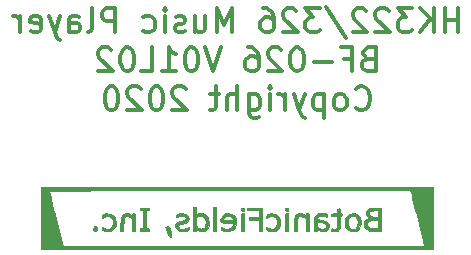
<source format=gbo>
G04 #@! TF.GenerationSoftware,KiCad,Pcbnew,(5.1.9)-1*
G04 #@! TF.CreationDate,2021-01-16T12:12:47+09:00*
G04 #@! TF.ProjectId,bf-026,62662d30-3236-42e6-9b69-6361645f7063,V01L02*
G04 #@! TF.SameCoordinates,Original*
G04 #@! TF.FileFunction,Legend,Bot*
G04 #@! TF.FilePolarity,Positive*
%FSLAX46Y46*%
G04 Gerber Fmt 4.6, Leading zero omitted, Abs format (unit mm)*
G04 Created by KiCad (PCBNEW (5.1.9)-1) date 2021-01-16 12:12:47*
%MOMM*%
%LPD*%
G01*
G04 APERTURE LIST*
%ADD10C,0.300000*%
%ADD11C,0.010000*%
G04 APERTURE END LIST*
D10*
X167304285Y-93489761D02*
X167304285Y-91489761D01*
X167304285Y-92442142D02*
X166161428Y-92442142D01*
X166161428Y-93489761D02*
X166161428Y-91489761D01*
X165209047Y-93489761D02*
X165209047Y-91489761D01*
X164066190Y-93489761D02*
X164923333Y-92346904D01*
X164066190Y-91489761D02*
X165209047Y-92632619D01*
X163399523Y-91489761D02*
X162161428Y-91489761D01*
X162828095Y-92251666D01*
X162542380Y-92251666D01*
X162351904Y-92346904D01*
X162256666Y-92442142D01*
X162161428Y-92632619D01*
X162161428Y-93108809D01*
X162256666Y-93299285D01*
X162351904Y-93394523D01*
X162542380Y-93489761D01*
X163113809Y-93489761D01*
X163304285Y-93394523D01*
X163399523Y-93299285D01*
X161399523Y-91680238D02*
X161304285Y-91585000D01*
X161113809Y-91489761D01*
X160637619Y-91489761D01*
X160447142Y-91585000D01*
X160351904Y-91680238D01*
X160256666Y-91870714D01*
X160256666Y-92061190D01*
X160351904Y-92346904D01*
X161494761Y-93489761D01*
X160256666Y-93489761D01*
X159494761Y-91680238D02*
X159399523Y-91585000D01*
X159209047Y-91489761D01*
X158732857Y-91489761D01*
X158542380Y-91585000D01*
X158447142Y-91680238D01*
X158351904Y-91870714D01*
X158351904Y-92061190D01*
X158447142Y-92346904D01*
X159590000Y-93489761D01*
X158351904Y-93489761D01*
X156066190Y-91394523D02*
X157780476Y-93965952D01*
X155590000Y-91489761D02*
X154351904Y-91489761D01*
X155018571Y-92251666D01*
X154732857Y-92251666D01*
X154542380Y-92346904D01*
X154447142Y-92442142D01*
X154351904Y-92632619D01*
X154351904Y-93108809D01*
X154447142Y-93299285D01*
X154542380Y-93394523D01*
X154732857Y-93489761D01*
X155304285Y-93489761D01*
X155494761Y-93394523D01*
X155590000Y-93299285D01*
X153590000Y-91680238D02*
X153494761Y-91585000D01*
X153304285Y-91489761D01*
X152828095Y-91489761D01*
X152637619Y-91585000D01*
X152542380Y-91680238D01*
X152447142Y-91870714D01*
X152447142Y-92061190D01*
X152542380Y-92346904D01*
X153685238Y-93489761D01*
X152447142Y-93489761D01*
X150732857Y-91489761D02*
X151113809Y-91489761D01*
X151304285Y-91585000D01*
X151399523Y-91680238D01*
X151590000Y-91965952D01*
X151685238Y-92346904D01*
X151685238Y-93108809D01*
X151590000Y-93299285D01*
X151494761Y-93394523D01*
X151304285Y-93489761D01*
X150923333Y-93489761D01*
X150732857Y-93394523D01*
X150637619Y-93299285D01*
X150542380Y-93108809D01*
X150542380Y-92632619D01*
X150637619Y-92442142D01*
X150732857Y-92346904D01*
X150923333Y-92251666D01*
X151304285Y-92251666D01*
X151494761Y-92346904D01*
X151590000Y-92442142D01*
X151685238Y-92632619D01*
X148161428Y-93489761D02*
X148161428Y-91489761D01*
X147494761Y-92918333D01*
X146828095Y-91489761D01*
X146828095Y-93489761D01*
X145018571Y-92156428D02*
X145018571Y-93489761D01*
X145875714Y-92156428D02*
X145875714Y-93204047D01*
X145780476Y-93394523D01*
X145590000Y-93489761D01*
X145304285Y-93489761D01*
X145113809Y-93394523D01*
X145018571Y-93299285D01*
X144161428Y-93394523D02*
X143970952Y-93489761D01*
X143590000Y-93489761D01*
X143399523Y-93394523D01*
X143304285Y-93204047D01*
X143304285Y-93108809D01*
X143399523Y-92918333D01*
X143590000Y-92823095D01*
X143875714Y-92823095D01*
X144066190Y-92727857D01*
X144161428Y-92537380D01*
X144161428Y-92442142D01*
X144066190Y-92251666D01*
X143875714Y-92156428D01*
X143590000Y-92156428D01*
X143399523Y-92251666D01*
X142447142Y-93489761D02*
X142447142Y-92156428D01*
X142447142Y-91489761D02*
X142542380Y-91585000D01*
X142447142Y-91680238D01*
X142351904Y-91585000D01*
X142447142Y-91489761D01*
X142447142Y-91680238D01*
X140637619Y-93394523D02*
X140828095Y-93489761D01*
X141209047Y-93489761D01*
X141399523Y-93394523D01*
X141494761Y-93299285D01*
X141590000Y-93108809D01*
X141590000Y-92537380D01*
X141494761Y-92346904D01*
X141399523Y-92251666D01*
X141209047Y-92156428D01*
X140828095Y-92156428D01*
X140637619Y-92251666D01*
X138256666Y-93489761D02*
X138256666Y-91489761D01*
X137494761Y-91489761D01*
X137304285Y-91585000D01*
X137209047Y-91680238D01*
X137113809Y-91870714D01*
X137113809Y-92156428D01*
X137209047Y-92346904D01*
X137304285Y-92442142D01*
X137494761Y-92537380D01*
X138256666Y-92537380D01*
X135970952Y-93489761D02*
X136161428Y-93394523D01*
X136256666Y-93204047D01*
X136256666Y-91489761D01*
X134351904Y-93489761D02*
X134351904Y-92442142D01*
X134447142Y-92251666D01*
X134637619Y-92156428D01*
X135018571Y-92156428D01*
X135209047Y-92251666D01*
X134351904Y-93394523D02*
X134542380Y-93489761D01*
X135018571Y-93489761D01*
X135209047Y-93394523D01*
X135304285Y-93204047D01*
X135304285Y-93013571D01*
X135209047Y-92823095D01*
X135018571Y-92727857D01*
X134542380Y-92727857D01*
X134351904Y-92632619D01*
X133590000Y-92156428D02*
X133113809Y-93489761D01*
X132637619Y-92156428D02*
X133113809Y-93489761D01*
X133304285Y-93965952D01*
X133399523Y-94061190D01*
X133590000Y-94156428D01*
X131113809Y-93394523D02*
X131304285Y-93489761D01*
X131685238Y-93489761D01*
X131875714Y-93394523D01*
X131970952Y-93204047D01*
X131970952Y-92442142D01*
X131875714Y-92251666D01*
X131685238Y-92156428D01*
X131304285Y-92156428D01*
X131113809Y-92251666D01*
X131018571Y-92442142D01*
X131018571Y-92632619D01*
X131970952Y-92823095D01*
X130161428Y-93489761D02*
X130161428Y-92156428D01*
X130161428Y-92537380D02*
X130066190Y-92346904D01*
X129970952Y-92251666D01*
X129780476Y-92156428D01*
X129590000Y-92156428D01*
X159637619Y-95742142D02*
X159351904Y-95837380D01*
X159256666Y-95932619D01*
X159161428Y-96123095D01*
X159161428Y-96408809D01*
X159256666Y-96599285D01*
X159351904Y-96694523D01*
X159542380Y-96789761D01*
X160304285Y-96789761D01*
X160304285Y-94789761D01*
X159637619Y-94789761D01*
X159447142Y-94885000D01*
X159351904Y-94980238D01*
X159256666Y-95170714D01*
X159256666Y-95361190D01*
X159351904Y-95551666D01*
X159447142Y-95646904D01*
X159637619Y-95742142D01*
X160304285Y-95742142D01*
X157637619Y-95742142D02*
X158304285Y-95742142D01*
X158304285Y-96789761D02*
X158304285Y-94789761D01*
X157351904Y-94789761D01*
X156590000Y-96027857D02*
X155066190Y-96027857D01*
X153732857Y-94789761D02*
X153542380Y-94789761D01*
X153351904Y-94885000D01*
X153256666Y-94980238D01*
X153161428Y-95170714D01*
X153066190Y-95551666D01*
X153066190Y-96027857D01*
X153161428Y-96408809D01*
X153256666Y-96599285D01*
X153351904Y-96694523D01*
X153542380Y-96789761D01*
X153732857Y-96789761D01*
X153923333Y-96694523D01*
X154018571Y-96599285D01*
X154113809Y-96408809D01*
X154209047Y-96027857D01*
X154209047Y-95551666D01*
X154113809Y-95170714D01*
X154018571Y-94980238D01*
X153923333Y-94885000D01*
X153732857Y-94789761D01*
X152304285Y-94980238D02*
X152209047Y-94885000D01*
X152018571Y-94789761D01*
X151542380Y-94789761D01*
X151351904Y-94885000D01*
X151256666Y-94980238D01*
X151161428Y-95170714D01*
X151161428Y-95361190D01*
X151256666Y-95646904D01*
X152399523Y-96789761D01*
X151161428Y-96789761D01*
X149447142Y-94789761D02*
X149828095Y-94789761D01*
X150018571Y-94885000D01*
X150113809Y-94980238D01*
X150304285Y-95265952D01*
X150399523Y-95646904D01*
X150399523Y-96408809D01*
X150304285Y-96599285D01*
X150209047Y-96694523D01*
X150018571Y-96789761D01*
X149637619Y-96789761D01*
X149447142Y-96694523D01*
X149351904Y-96599285D01*
X149256666Y-96408809D01*
X149256666Y-95932619D01*
X149351904Y-95742142D01*
X149447142Y-95646904D01*
X149637619Y-95551666D01*
X150018571Y-95551666D01*
X150209047Y-95646904D01*
X150304285Y-95742142D01*
X150399523Y-95932619D01*
X147161428Y-94789761D02*
X146494761Y-96789761D01*
X145828095Y-94789761D01*
X144780476Y-94789761D02*
X144590000Y-94789761D01*
X144399523Y-94885000D01*
X144304285Y-94980238D01*
X144209047Y-95170714D01*
X144113809Y-95551666D01*
X144113809Y-96027857D01*
X144209047Y-96408809D01*
X144304285Y-96599285D01*
X144399523Y-96694523D01*
X144590000Y-96789761D01*
X144780476Y-96789761D01*
X144970952Y-96694523D01*
X145066190Y-96599285D01*
X145161428Y-96408809D01*
X145256666Y-96027857D01*
X145256666Y-95551666D01*
X145161428Y-95170714D01*
X145066190Y-94980238D01*
X144970952Y-94885000D01*
X144780476Y-94789761D01*
X142209047Y-96789761D02*
X143351904Y-96789761D01*
X142780476Y-96789761D02*
X142780476Y-94789761D01*
X142970952Y-95075476D01*
X143161428Y-95265952D01*
X143351904Y-95361190D01*
X140399523Y-96789761D02*
X141351904Y-96789761D01*
X141351904Y-94789761D01*
X139351904Y-94789761D02*
X139161428Y-94789761D01*
X138970952Y-94885000D01*
X138875714Y-94980238D01*
X138780476Y-95170714D01*
X138685238Y-95551666D01*
X138685238Y-96027857D01*
X138780476Y-96408809D01*
X138875714Y-96599285D01*
X138970952Y-96694523D01*
X139161428Y-96789761D01*
X139351904Y-96789761D01*
X139542380Y-96694523D01*
X139637619Y-96599285D01*
X139732857Y-96408809D01*
X139828095Y-96027857D01*
X139828095Y-95551666D01*
X139732857Y-95170714D01*
X139637619Y-94980238D01*
X139542380Y-94885000D01*
X139351904Y-94789761D01*
X137923333Y-94980238D02*
X137828095Y-94885000D01*
X137637619Y-94789761D01*
X137161428Y-94789761D01*
X136970952Y-94885000D01*
X136875714Y-94980238D01*
X136780476Y-95170714D01*
X136780476Y-95361190D01*
X136875714Y-95646904D01*
X138018571Y-96789761D01*
X136780476Y-96789761D01*
X158590000Y-99899285D02*
X158685238Y-99994523D01*
X158970952Y-100089761D01*
X159161428Y-100089761D01*
X159447142Y-99994523D01*
X159637619Y-99804047D01*
X159732857Y-99613571D01*
X159828095Y-99232619D01*
X159828095Y-98946904D01*
X159732857Y-98565952D01*
X159637619Y-98375476D01*
X159447142Y-98185000D01*
X159161428Y-98089761D01*
X158970952Y-98089761D01*
X158685238Y-98185000D01*
X158590000Y-98280238D01*
X157447142Y-100089761D02*
X157637619Y-99994523D01*
X157732857Y-99899285D01*
X157828095Y-99708809D01*
X157828095Y-99137380D01*
X157732857Y-98946904D01*
X157637619Y-98851666D01*
X157447142Y-98756428D01*
X157161428Y-98756428D01*
X156970952Y-98851666D01*
X156875714Y-98946904D01*
X156780476Y-99137380D01*
X156780476Y-99708809D01*
X156875714Y-99899285D01*
X156970952Y-99994523D01*
X157161428Y-100089761D01*
X157447142Y-100089761D01*
X155923333Y-98756428D02*
X155923333Y-100756428D01*
X155923333Y-98851666D02*
X155732857Y-98756428D01*
X155351904Y-98756428D01*
X155161428Y-98851666D01*
X155066190Y-98946904D01*
X154970952Y-99137380D01*
X154970952Y-99708809D01*
X155066190Y-99899285D01*
X155161428Y-99994523D01*
X155351904Y-100089761D01*
X155732857Y-100089761D01*
X155923333Y-99994523D01*
X154304285Y-98756428D02*
X153828095Y-100089761D01*
X153351904Y-98756428D02*
X153828095Y-100089761D01*
X154018571Y-100565952D01*
X154113809Y-100661190D01*
X154304285Y-100756428D01*
X152590000Y-100089761D02*
X152590000Y-98756428D01*
X152590000Y-99137380D02*
X152494761Y-98946904D01*
X152399523Y-98851666D01*
X152209047Y-98756428D01*
X152018571Y-98756428D01*
X151351904Y-100089761D02*
X151351904Y-98756428D01*
X151351904Y-98089761D02*
X151447142Y-98185000D01*
X151351904Y-98280238D01*
X151256666Y-98185000D01*
X151351904Y-98089761D01*
X151351904Y-98280238D01*
X149542380Y-98756428D02*
X149542380Y-100375476D01*
X149637619Y-100565952D01*
X149732857Y-100661190D01*
X149923333Y-100756428D01*
X150209047Y-100756428D01*
X150399523Y-100661190D01*
X149542380Y-99994523D02*
X149732857Y-100089761D01*
X150113809Y-100089761D01*
X150304285Y-99994523D01*
X150399523Y-99899285D01*
X150494761Y-99708809D01*
X150494761Y-99137380D01*
X150399523Y-98946904D01*
X150304285Y-98851666D01*
X150113809Y-98756428D01*
X149732857Y-98756428D01*
X149542380Y-98851666D01*
X148590000Y-100089761D02*
X148590000Y-98089761D01*
X147732857Y-100089761D02*
X147732857Y-99042142D01*
X147828095Y-98851666D01*
X148018571Y-98756428D01*
X148304285Y-98756428D01*
X148494761Y-98851666D01*
X148590000Y-98946904D01*
X147066190Y-98756428D02*
X146304285Y-98756428D01*
X146780476Y-98089761D02*
X146780476Y-99804047D01*
X146685238Y-99994523D01*
X146494761Y-100089761D01*
X146304285Y-100089761D01*
X144209047Y-98280238D02*
X144113809Y-98185000D01*
X143923333Y-98089761D01*
X143447142Y-98089761D01*
X143256666Y-98185000D01*
X143161428Y-98280238D01*
X143066190Y-98470714D01*
X143066190Y-98661190D01*
X143161428Y-98946904D01*
X144304285Y-100089761D01*
X143066190Y-100089761D01*
X141828095Y-98089761D02*
X141637619Y-98089761D01*
X141447142Y-98185000D01*
X141351904Y-98280238D01*
X141256666Y-98470714D01*
X141161428Y-98851666D01*
X141161428Y-99327857D01*
X141256666Y-99708809D01*
X141351904Y-99899285D01*
X141447142Y-99994523D01*
X141637619Y-100089761D01*
X141828095Y-100089761D01*
X142018571Y-99994523D01*
X142113809Y-99899285D01*
X142209047Y-99708809D01*
X142304285Y-99327857D01*
X142304285Y-98851666D01*
X142209047Y-98470714D01*
X142113809Y-98280238D01*
X142018571Y-98185000D01*
X141828095Y-98089761D01*
X140399523Y-98280238D02*
X140304285Y-98185000D01*
X140113809Y-98089761D01*
X139637619Y-98089761D01*
X139447142Y-98185000D01*
X139351904Y-98280238D01*
X139256666Y-98470714D01*
X139256666Y-98661190D01*
X139351904Y-98946904D01*
X140494761Y-100089761D01*
X139256666Y-100089761D01*
X138018571Y-98089761D02*
X137828095Y-98089761D01*
X137637619Y-98185000D01*
X137542380Y-98280238D01*
X137447142Y-98470714D01*
X137351904Y-98851666D01*
X137351904Y-99327857D01*
X137447142Y-99708809D01*
X137542380Y-99899285D01*
X137637619Y-99994523D01*
X137828095Y-100089761D01*
X138018571Y-100089761D01*
X138209047Y-99994523D01*
X138304285Y-99899285D01*
X138399523Y-99708809D01*
X138494761Y-99327857D01*
X138494761Y-98851666D01*
X138399523Y-98470714D01*
X138304285Y-98280238D01*
X138209047Y-98185000D01*
X138018571Y-98089761D01*
D11*
G36*
X148944363Y-108362722D02*
G01*
X148911357Y-108412385D01*
X148907500Y-108479167D01*
X148920402Y-108571995D01*
X148975259Y-108611194D01*
X149024157Y-108619585D01*
X149127727Y-108608279D01*
X149165321Y-108569141D01*
X149182131Y-108449784D01*
X149130305Y-108374476D01*
X149033920Y-108352167D01*
X148944363Y-108362722D01*
G37*
X148944363Y-108362722D02*
X148911357Y-108412385D01*
X148907500Y-108479167D01*
X148920402Y-108571995D01*
X148975259Y-108611194D01*
X149024157Y-108619585D01*
X149127727Y-108608279D01*
X149165321Y-108569141D01*
X149182131Y-108449784D01*
X149130305Y-108374476D01*
X149033920Y-108352167D01*
X148944363Y-108362722D01*
G36*
X152669696Y-108362722D02*
G01*
X152636690Y-108412385D01*
X152632833Y-108479167D01*
X152645736Y-108571995D01*
X152700593Y-108611194D01*
X152749491Y-108619585D01*
X152853060Y-108608279D01*
X152890654Y-108569141D01*
X152907464Y-108449784D01*
X152855638Y-108374476D01*
X152759253Y-108352167D01*
X152669696Y-108362722D01*
G37*
X152669696Y-108362722D02*
X152636690Y-108412385D01*
X152632833Y-108479167D01*
X152645736Y-108571995D01*
X152700593Y-108611194D01*
X152749491Y-108619585D01*
X152853060Y-108608279D01*
X152890654Y-108569141D01*
X152907464Y-108449784D01*
X152855638Y-108374476D01*
X152759253Y-108352167D01*
X152669696Y-108362722D01*
G36*
X136455126Y-109943734D02*
G01*
X136412016Y-109971295D01*
X136398914Y-110045394D01*
X136398000Y-110130167D01*
X136401163Y-110247218D01*
X136422600Y-110302646D01*
X136480232Y-110319492D01*
X136546166Y-110320667D01*
X136637207Y-110316600D01*
X136680317Y-110289039D01*
X136693419Y-110214940D01*
X136694333Y-110130167D01*
X136691170Y-110013115D01*
X136669733Y-109957688D01*
X136612101Y-109940842D01*
X136546166Y-109939667D01*
X136455126Y-109943734D01*
G37*
X136455126Y-109943734D02*
X136412016Y-109971295D01*
X136398914Y-110045394D01*
X136398000Y-110130167D01*
X136401163Y-110247218D01*
X136422600Y-110302646D01*
X136480232Y-110319492D01*
X136546166Y-110320667D01*
X136637207Y-110316600D01*
X136680317Y-110289039D01*
X136693419Y-110214940D01*
X136694333Y-110130167D01*
X136691170Y-110013115D01*
X136669733Y-109957688D01*
X136612101Y-109940842D01*
X136546166Y-109939667D01*
X136455126Y-109943734D01*
G36*
X138959887Y-108867268D02*
G01*
X138868980Y-108931111D01*
X138796787Y-109023726D01*
X138745076Y-109144022D01*
X138711078Y-109305747D01*
X138692023Y-109522652D01*
X138685142Y-109808483D01*
X138685010Y-109844417D01*
X138684000Y-110320667D01*
X138931271Y-110320667D01*
X138945219Y-109774641D01*
X138952798Y-109542277D01*
X138963194Y-109378877D01*
X138978746Y-109268742D01*
X139001793Y-109196173D01*
X139034672Y-109145468D01*
X139039811Y-109139641D01*
X139149727Y-109066793D01*
X139292896Y-109060520D01*
X139478058Y-109120812D01*
X139517301Y-109139110D01*
X139700000Y-109227553D01*
X139700000Y-110320667D01*
X139955999Y-110320667D01*
X139932833Y-108860167D01*
X139816416Y-108846772D01*
X139730745Y-108849411D01*
X139701358Y-108895302D01*
X139700000Y-108920855D01*
X139696493Y-108982259D01*
X139673834Y-109001420D01*
X139613814Y-108977935D01*
X139507048Y-108916611D01*
X139318325Y-108840409D01*
X139128170Y-108824138D01*
X138959887Y-108867268D01*
G37*
X138959887Y-108867268D02*
X138868980Y-108931111D01*
X138796787Y-109023726D01*
X138745076Y-109144022D01*
X138711078Y-109305747D01*
X138692023Y-109522652D01*
X138685142Y-109808483D01*
X138685010Y-109844417D01*
X138684000Y-110320667D01*
X138931271Y-110320667D01*
X138945219Y-109774641D01*
X138952798Y-109542277D01*
X138963194Y-109378877D01*
X138978746Y-109268742D01*
X139001793Y-109196173D01*
X139034672Y-109145468D01*
X139039811Y-109139641D01*
X139149727Y-109066793D01*
X139292896Y-109060520D01*
X139478058Y-109120812D01*
X139517301Y-109139110D01*
X139700000Y-109227553D01*
X139700000Y-110320667D01*
X139955999Y-110320667D01*
X139932833Y-108860167D01*
X139816416Y-108846772D01*
X139730745Y-108849411D01*
X139701358Y-108895302D01*
X139700000Y-108920855D01*
X139696493Y-108982259D01*
X139673834Y-109001420D01*
X139613814Y-108977935D01*
X139507048Y-108916611D01*
X139318325Y-108840409D01*
X139128170Y-108824138D01*
X138959887Y-108867268D01*
G36*
X140535641Y-108374176D02*
G01*
X140423657Y-108379721D01*
X140363753Y-108394495D01*
X140339638Y-108423023D01*
X140335018Y-108469830D01*
X140335000Y-108479167D01*
X140348669Y-108554803D01*
X140406773Y-108582473D01*
X140462000Y-108585000D01*
X140589000Y-108585000D01*
X140589000Y-110109000D01*
X140462000Y-110109000D01*
X140371236Y-110120391D01*
X140338033Y-110168811D01*
X140335000Y-110214834D01*
X140338034Y-110264933D01*
X140357997Y-110296040D01*
X140411182Y-110312680D01*
X140513881Y-110319379D01*
X140682388Y-110320662D01*
X140716000Y-110320667D01*
X140896358Y-110319824D01*
X141008343Y-110314279D01*
X141068247Y-110299505D01*
X141092362Y-110270978D01*
X141096981Y-110224170D01*
X141097000Y-110214834D01*
X141083331Y-110139197D01*
X141025227Y-110111528D01*
X140970000Y-110109000D01*
X140843000Y-110109000D01*
X140843000Y-108585000D01*
X140970000Y-108585000D01*
X141060763Y-108573610D01*
X141093967Y-108525190D01*
X141097000Y-108479167D01*
X141093966Y-108429067D01*
X141074003Y-108397960D01*
X141020818Y-108381320D01*
X140918119Y-108374622D01*
X140749612Y-108373339D01*
X140716000Y-108373334D01*
X140535641Y-108374176D01*
G37*
X140535641Y-108374176D02*
X140423657Y-108379721D01*
X140363753Y-108394495D01*
X140339638Y-108423023D01*
X140335018Y-108469830D01*
X140335000Y-108479167D01*
X140348669Y-108554803D01*
X140406773Y-108582473D01*
X140462000Y-108585000D01*
X140589000Y-108585000D01*
X140589000Y-110109000D01*
X140462000Y-110109000D01*
X140371236Y-110120391D01*
X140338033Y-110168811D01*
X140335000Y-110214834D01*
X140338034Y-110264933D01*
X140357997Y-110296040D01*
X140411182Y-110312680D01*
X140513881Y-110319379D01*
X140682388Y-110320662D01*
X140716000Y-110320667D01*
X140896358Y-110319824D01*
X141008343Y-110314279D01*
X141068247Y-110299505D01*
X141092362Y-110270978D01*
X141096981Y-110224170D01*
X141097000Y-110214834D01*
X141083331Y-110139197D01*
X141025227Y-110111528D01*
X140970000Y-110109000D01*
X140843000Y-110109000D01*
X140843000Y-108585000D01*
X140970000Y-108585000D01*
X141060763Y-108573610D01*
X141093967Y-108525190D01*
X141097000Y-108479167D01*
X141093966Y-108429067D01*
X141074003Y-108397960D01*
X141020818Y-108381320D01*
X140918119Y-108374622D01*
X140749612Y-108373339D01*
X140716000Y-108373334D01*
X140535641Y-108374176D01*
G36*
X146515666Y-110320667D02*
G01*
X146769666Y-110320667D01*
X146769666Y-108288667D01*
X146515666Y-108288667D01*
X146515666Y-110320667D01*
G37*
X146515666Y-110320667D02*
X146769666Y-110320667D01*
X146769666Y-108288667D01*
X146515666Y-108288667D01*
X146515666Y-110320667D01*
G36*
X149023916Y-108846772D02*
G01*
X148907500Y-108860167D01*
X148884334Y-110320667D01*
X149140333Y-110320667D01*
X149140333Y-108833376D01*
X149023916Y-108846772D01*
G37*
X149023916Y-108846772D02*
X148907500Y-108860167D01*
X148884334Y-110320667D01*
X149140333Y-110320667D01*
X149140333Y-108833376D01*
X149023916Y-108846772D01*
G36*
X149436666Y-108585000D02*
G01*
X150452666Y-108585000D01*
X150452666Y-109135334D01*
X149606000Y-109135334D01*
X149606000Y-109389334D01*
X150452666Y-109389334D01*
X150452666Y-110320667D01*
X150706666Y-110320667D01*
X150706666Y-108373334D01*
X149436666Y-108373334D01*
X149436666Y-108585000D01*
G37*
X149436666Y-108585000D02*
X150452666Y-108585000D01*
X150452666Y-109135334D01*
X149606000Y-109135334D01*
X149606000Y-109389334D01*
X150452666Y-109389334D01*
X150452666Y-110320667D01*
X150706666Y-110320667D01*
X150706666Y-108373334D01*
X149436666Y-108373334D01*
X149436666Y-108585000D01*
G36*
X152749250Y-108846772D02*
G01*
X152632833Y-108860167D01*
X152609667Y-110320667D01*
X152865666Y-110320667D01*
X152865666Y-108833376D01*
X152749250Y-108846772D01*
G37*
X152749250Y-108846772D02*
X152632833Y-108860167D01*
X152609667Y-110320667D01*
X152865666Y-110320667D01*
X152865666Y-108833376D01*
X152749250Y-108846772D01*
G36*
X153649553Y-108867268D02*
G01*
X153558646Y-108931111D01*
X153486453Y-109023726D01*
X153434743Y-109144022D01*
X153400745Y-109305747D01*
X153381690Y-109522652D01*
X153374808Y-109808483D01*
X153374676Y-109844417D01*
X153373666Y-110320667D01*
X153620938Y-110320667D01*
X153634886Y-109774641D01*
X153642465Y-109542277D01*
X153652861Y-109378877D01*
X153668413Y-109268742D01*
X153691459Y-109196173D01*
X153724339Y-109145468D01*
X153729478Y-109139641D01*
X153839394Y-109066793D01*
X153982563Y-109060520D01*
X154167725Y-109120812D01*
X154206968Y-109139110D01*
X154389666Y-109227553D01*
X154389666Y-110320667D01*
X154645666Y-110320667D01*
X154622500Y-108860167D01*
X154506083Y-108846772D01*
X154420412Y-108849411D01*
X154391025Y-108895302D01*
X154389666Y-108920855D01*
X154386160Y-108982259D01*
X154363500Y-109001420D01*
X154303481Y-108977935D01*
X154196715Y-108916611D01*
X154007991Y-108840409D01*
X153817836Y-108824138D01*
X153649553Y-108867268D01*
G37*
X153649553Y-108867268D02*
X153558646Y-108931111D01*
X153486453Y-109023726D01*
X153434743Y-109144022D01*
X153400745Y-109305747D01*
X153381690Y-109522652D01*
X153374808Y-109808483D01*
X153374676Y-109844417D01*
X153373666Y-110320667D01*
X153620938Y-110320667D01*
X153634886Y-109774641D01*
X153642465Y-109542277D01*
X153652861Y-109378877D01*
X153668413Y-109268742D01*
X153691459Y-109196173D01*
X153724339Y-109145468D01*
X153729478Y-109139641D01*
X153839394Y-109066793D01*
X153982563Y-109060520D01*
X154167725Y-109120812D01*
X154206968Y-109139110D01*
X154389666Y-109227553D01*
X154389666Y-110320667D01*
X154645666Y-110320667D01*
X154622500Y-108860167D01*
X154506083Y-108846772D01*
X154420412Y-108849411D01*
X154391025Y-108895302D01*
X154389666Y-108920855D01*
X154386160Y-108982259D01*
X154363500Y-109001420D01*
X154303481Y-108977935D01*
X154196715Y-108916611D01*
X154007991Y-108840409D01*
X153817836Y-108824138D01*
X153649553Y-108867268D01*
G36*
X160031387Y-108381025D02*
G01*
X159822555Y-108406392D01*
X159674122Y-108452874D01*
X159574555Y-108523910D01*
X159517865Y-108610199D01*
X159469840Y-108798852D01*
X159502905Y-108970055D01*
X159589153Y-109091999D01*
X159708639Y-109211485D01*
X159569899Y-109277645D01*
X159429706Y-109387423D01*
X159340287Y-109544845D01*
X159305458Y-109727104D01*
X159329034Y-109911395D01*
X159414829Y-110074910D01*
X159433013Y-110095925D01*
X159533444Y-110187388D01*
X159649105Y-110251230D01*
X159796677Y-110291807D01*
X159992842Y-110313473D01*
X160254280Y-110320584D01*
X160293807Y-110320667D01*
X160782000Y-110320667D01*
X160782000Y-109389334D01*
X160528000Y-109389334D01*
X160528000Y-110109000D01*
X160230307Y-110109000D01*
X160053603Y-110100005D01*
X159889870Y-110076502D01*
X159785538Y-110047548D01*
X159647335Y-109950622D01*
X159579208Y-109808556D01*
X159582214Y-109641512D01*
X159629565Y-109530245D01*
X159726159Y-109454039D01*
X159881915Y-109408760D01*
X160106750Y-109390273D01*
X160187231Y-109389334D01*
X160528000Y-109389334D01*
X160782000Y-109389334D01*
X160782000Y-109135334D01*
X160528000Y-109135334D01*
X160218591Y-109135334D01*
X160031259Y-109127160D01*
X159892893Y-109104569D01*
X159833635Y-109080092D01*
X159780420Y-108998274D01*
X159754681Y-108875237D01*
X159759728Y-108750155D01*
X159798385Y-108662682D01*
X159861732Y-108637231D01*
X159985698Y-108613775D01*
X160146268Y-108596559D01*
X160187777Y-108593817D01*
X160528000Y-108574122D01*
X160528000Y-109135334D01*
X160782000Y-109135334D01*
X160782000Y-108373334D01*
X160312148Y-108373333D01*
X160031387Y-108381025D01*
G37*
X160031387Y-108381025D02*
X159822555Y-108406392D01*
X159674122Y-108452874D01*
X159574555Y-108523910D01*
X159517865Y-108610199D01*
X159469840Y-108798852D01*
X159502905Y-108970055D01*
X159589153Y-109091999D01*
X159708639Y-109211485D01*
X159569899Y-109277645D01*
X159429706Y-109387423D01*
X159340287Y-109544845D01*
X159305458Y-109727104D01*
X159329034Y-109911395D01*
X159414829Y-110074910D01*
X159433013Y-110095925D01*
X159533444Y-110187388D01*
X159649105Y-110251230D01*
X159796677Y-110291807D01*
X159992842Y-110313473D01*
X160254280Y-110320584D01*
X160293807Y-110320667D01*
X160782000Y-110320667D01*
X160782000Y-109389334D01*
X160528000Y-109389334D01*
X160528000Y-110109000D01*
X160230307Y-110109000D01*
X160053603Y-110100005D01*
X159889870Y-110076502D01*
X159785538Y-110047548D01*
X159647335Y-109950622D01*
X159579208Y-109808556D01*
X159582214Y-109641512D01*
X159629565Y-109530245D01*
X159726159Y-109454039D01*
X159881915Y-109408760D01*
X160106750Y-109390273D01*
X160187231Y-109389334D01*
X160528000Y-109389334D01*
X160782000Y-109389334D01*
X160782000Y-109135334D01*
X160528000Y-109135334D01*
X160218591Y-109135334D01*
X160031259Y-109127160D01*
X159892893Y-109104569D01*
X159833635Y-109080092D01*
X159780420Y-108998274D01*
X159754681Y-108875237D01*
X159759728Y-108750155D01*
X159798385Y-108662682D01*
X159861732Y-108637231D01*
X159985698Y-108613775D01*
X160146268Y-108596559D01*
X160187777Y-108593817D01*
X160528000Y-108574122D01*
X160528000Y-109135334D01*
X160782000Y-109135334D01*
X160782000Y-108373334D01*
X160312148Y-108373333D01*
X160031387Y-108381025D01*
G36*
X137294935Y-108872408D02*
G01*
X137270577Y-108879768D01*
X137168717Y-108923037D01*
X137125846Y-108980969D01*
X137117666Y-109070553D01*
X137117666Y-109210873D01*
X137274784Y-109130770D01*
X137488390Y-109058739D01*
X137680503Y-109062782D01*
X137841070Y-109135081D01*
X137960040Y-109267819D01*
X138027359Y-109453181D01*
X138032974Y-109683348D01*
X138028538Y-109716890D01*
X137965571Y-109923142D01*
X137852374Y-110063371D01*
X137695319Y-110134517D01*
X137500781Y-110133520D01*
X137297583Y-110067807D01*
X137117666Y-109986140D01*
X137117666Y-110113230D01*
X137132619Y-110206681D01*
X137192967Y-110267170D01*
X137264473Y-110301660D01*
X137462040Y-110351144D01*
X137680497Y-110355103D01*
X137876891Y-110313404D01*
X137900833Y-110303627D01*
X138077347Y-110182362D01*
X138205847Y-110006038D01*
X138281255Y-109792571D01*
X138298494Y-109559873D01*
X138252486Y-109325858D01*
X138207750Y-109220865D01*
X138125963Y-109090082D01*
X138032213Y-108980308D01*
X137997839Y-108950940D01*
X137860346Y-108888471D01*
X137674976Y-108852369D01*
X137475312Y-108845919D01*
X137294935Y-108872408D01*
G37*
X137294935Y-108872408D02*
X137270577Y-108879768D01*
X137168717Y-108923037D01*
X137125846Y-108980969D01*
X137117666Y-109070553D01*
X137117666Y-109210873D01*
X137274784Y-109130770D01*
X137488390Y-109058739D01*
X137680503Y-109062782D01*
X137841070Y-109135081D01*
X137960040Y-109267819D01*
X138027359Y-109453181D01*
X138032974Y-109683348D01*
X138028538Y-109716890D01*
X137965571Y-109923142D01*
X137852374Y-110063371D01*
X137695319Y-110134517D01*
X137500781Y-110133520D01*
X137297583Y-110067807D01*
X137117666Y-109986140D01*
X137117666Y-110113230D01*
X137132619Y-110206681D01*
X137192967Y-110267170D01*
X137264473Y-110301660D01*
X137462040Y-110351144D01*
X137680497Y-110355103D01*
X137876891Y-110313404D01*
X137900833Y-110303627D01*
X138077347Y-110182362D01*
X138205847Y-110006038D01*
X138281255Y-109792571D01*
X138298494Y-109559873D01*
X138252486Y-109325858D01*
X138207750Y-109220865D01*
X138125963Y-109090082D01*
X138032213Y-108980308D01*
X137997839Y-108950940D01*
X137860346Y-108888471D01*
X137674976Y-108852369D01*
X137475312Y-108845919D01*
X137294935Y-108872408D01*
G36*
X143686789Y-108843845D02*
G01*
X143531166Y-108872378D01*
X143436590Y-108917103D01*
X143396842Y-108999778D01*
X143390901Y-109042874D01*
X143389788Y-109139474D01*
X143421953Y-109170360D01*
X143501802Y-109141895D01*
X143552333Y-109114167D01*
X143657057Y-109078261D01*
X143802755Y-109055784D01*
X143878016Y-109052167D01*
X144019194Y-109058378D01*
X144104559Y-109085460D01*
X144162133Y-109142430D01*
X144163206Y-109143953D01*
X144205176Y-109225254D01*
X144188513Y-109295632D01*
X144171111Y-109323742D01*
X144087966Y-109398333D01*
X143991755Y-109441409D01*
X143868121Y-109472651D01*
X143722082Y-109509097D01*
X143698681Y-109514892D01*
X143510171Y-109586852D01*
X143394261Y-109695554D01*
X143344020Y-109848701D01*
X143340666Y-109912770D01*
X143367458Y-110075114D01*
X143455495Y-110202591D01*
X143616272Y-110311556D01*
X143623633Y-110315377D01*
X143741056Y-110347260D01*
X143908145Y-110358924D01*
X144092442Y-110350729D01*
X144261485Y-110323037D01*
X144314333Y-110307694D01*
X144417912Y-110258995D01*
X144464132Y-110188377D01*
X144475765Y-110119584D01*
X144479629Y-110026150D01*
X144471303Y-109982441D01*
X144469805Y-109982000D01*
X144423281Y-109997998D01*
X144326783Y-110038645D01*
X144266039Y-110065737D01*
X144085015Y-110125280D01*
X143901998Y-110148033D01*
X143744916Y-110132581D01*
X143662626Y-110096329D01*
X143604161Y-110003109D01*
X143601618Y-109916413D01*
X143615149Y-109849946D01*
X143649695Y-109804959D01*
X143723901Y-109769517D01*
X143856416Y-109731684D01*
X143912166Y-109717624D01*
X144076493Y-109669548D01*
X144220638Y-109614991D01*
X144312054Y-109566591D01*
X144415933Y-109442737D01*
X144454496Y-109290925D01*
X144430527Y-109133500D01*
X144346812Y-108992809D01*
X144229256Y-108902288D01*
X144082741Y-108856755D01*
X143890200Y-108836772D01*
X143686789Y-108843845D01*
G37*
X143686789Y-108843845D02*
X143531166Y-108872378D01*
X143436590Y-108917103D01*
X143396842Y-108999778D01*
X143390901Y-109042874D01*
X143389788Y-109139474D01*
X143421953Y-109170360D01*
X143501802Y-109141895D01*
X143552333Y-109114167D01*
X143657057Y-109078261D01*
X143802755Y-109055784D01*
X143878016Y-109052167D01*
X144019194Y-109058378D01*
X144104559Y-109085460D01*
X144162133Y-109142430D01*
X144163206Y-109143953D01*
X144205176Y-109225254D01*
X144188513Y-109295632D01*
X144171111Y-109323742D01*
X144087966Y-109398333D01*
X143991755Y-109441409D01*
X143868121Y-109472651D01*
X143722082Y-109509097D01*
X143698681Y-109514892D01*
X143510171Y-109586852D01*
X143394261Y-109695554D01*
X143344020Y-109848701D01*
X143340666Y-109912770D01*
X143367458Y-110075114D01*
X143455495Y-110202591D01*
X143616272Y-110311556D01*
X143623633Y-110315377D01*
X143741056Y-110347260D01*
X143908145Y-110358924D01*
X144092442Y-110350729D01*
X144261485Y-110323037D01*
X144314333Y-110307694D01*
X144417912Y-110258995D01*
X144464132Y-110188377D01*
X144475765Y-110119584D01*
X144479629Y-110026150D01*
X144471303Y-109982441D01*
X144469805Y-109982000D01*
X144423281Y-109997998D01*
X144326783Y-110038645D01*
X144266039Y-110065737D01*
X144085015Y-110125280D01*
X143901998Y-110148033D01*
X143744916Y-110132581D01*
X143662626Y-110096329D01*
X143604161Y-110003109D01*
X143601618Y-109916413D01*
X143615149Y-109849946D01*
X143649695Y-109804959D01*
X143723901Y-109769517D01*
X143856416Y-109731684D01*
X143912166Y-109717624D01*
X144076493Y-109669548D01*
X144220638Y-109614991D01*
X144312054Y-109566591D01*
X144415933Y-109442737D01*
X144454496Y-109290925D01*
X144430527Y-109133500D01*
X144346812Y-108992809D01*
X144229256Y-108902288D01*
X144082741Y-108856755D01*
X143890200Y-108836772D01*
X143686789Y-108843845D01*
G36*
X144864666Y-110320667D02*
G01*
X144991666Y-110320667D01*
X145089731Y-110302966D01*
X145118666Y-110261730D01*
X145134274Y-110231625D01*
X145192007Y-110243539D01*
X145275784Y-110282897D01*
X145424354Y-110335357D01*
X145589475Y-110362120D01*
X145618684Y-110363000D01*
X145754067Y-110350494D01*
X145857519Y-110300430D01*
X145944036Y-110223430D01*
X146076033Y-110040565D01*
X146150272Y-109826883D01*
X146163018Y-109679321D01*
X145904015Y-109679321D01*
X145871313Y-109870593D01*
X145807339Y-110025046D01*
X145787409Y-110053542D01*
X145690243Y-110112942D01*
X145544261Y-110126010D01*
X145371120Y-110093336D01*
X145235083Y-110038472D01*
X145182220Y-110008856D01*
X145148413Y-109972546D01*
X145129403Y-109911907D01*
X145120932Y-109809308D01*
X145118740Y-109647115D01*
X145118666Y-109556532D01*
X145119539Y-109363913D01*
X145124806Y-109238956D01*
X145138443Y-109164654D01*
X145164423Y-109124004D01*
X145206722Y-109100001D01*
X145227256Y-109091952D01*
X145438212Y-109048172D01*
X145621556Y-109081372D01*
X145767432Y-109185749D01*
X145865980Y-109355498D01*
X145898413Y-109487117D01*
X145904015Y-109679321D01*
X146163018Y-109679321D01*
X146169963Y-109598919D01*
X146138315Y-109373206D01*
X146058538Y-109166279D01*
X145933842Y-108994670D01*
X145767435Y-108874913D01*
X145675716Y-108841240D01*
X145517347Y-108823755D01*
X145341779Y-108839941D01*
X145193085Y-108884768D01*
X145165993Y-108899414D01*
X145139907Y-108885595D01*
X145124496Y-108800770D01*
X145118756Y-108638768D01*
X145118666Y-108608665D01*
X145118666Y-108288667D01*
X144864666Y-108288667D01*
X144864666Y-110320667D01*
G37*
X144864666Y-110320667D02*
X144991666Y-110320667D01*
X145089731Y-110302966D01*
X145118666Y-110261730D01*
X145134274Y-110231625D01*
X145192007Y-110243539D01*
X145275784Y-110282897D01*
X145424354Y-110335357D01*
X145589475Y-110362120D01*
X145618684Y-110363000D01*
X145754067Y-110350494D01*
X145857519Y-110300430D01*
X145944036Y-110223430D01*
X146076033Y-110040565D01*
X146150272Y-109826883D01*
X146163018Y-109679321D01*
X145904015Y-109679321D01*
X145871313Y-109870593D01*
X145807339Y-110025046D01*
X145787409Y-110053542D01*
X145690243Y-110112942D01*
X145544261Y-110126010D01*
X145371120Y-110093336D01*
X145235083Y-110038472D01*
X145182220Y-110008856D01*
X145148413Y-109972546D01*
X145129403Y-109911907D01*
X145120932Y-109809308D01*
X145118740Y-109647115D01*
X145118666Y-109556532D01*
X145119539Y-109363913D01*
X145124806Y-109238956D01*
X145138443Y-109164654D01*
X145164423Y-109124004D01*
X145206722Y-109100001D01*
X145227256Y-109091952D01*
X145438212Y-109048172D01*
X145621556Y-109081372D01*
X145767432Y-109185749D01*
X145865980Y-109355498D01*
X145898413Y-109487117D01*
X145904015Y-109679321D01*
X146163018Y-109679321D01*
X146169963Y-109598919D01*
X146138315Y-109373206D01*
X146058538Y-109166279D01*
X145933842Y-108994670D01*
X145767435Y-108874913D01*
X145675716Y-108841240D01*
X145517347Y-108823755D01*
X145341779Y-108839941D01*
X145193085Y-108884768D01*
X145165993Y-108899414D01*
X145139907Y-108885595D01*
X145124496Y-108800770D01*
X145118756Y-108638768D01*
X145118666Y-108608665D01*
X145118666Y-108288667D01*
X144864666Y-108288667D01*
X144864666Y-110320667D01*
G36*
X147607922Y-108840089D02*
G01*
X147418926Y-108920548D01*
X147339242Y-108985243D01*
X147256137Y-109108206D01*
X147191038Y-109274505D01*
X147157598Y-109442917D01*
X147158735Y-109530196D01*
X147168304Y-109568131D01*
X147193620Y-109594338D01*
X147248684Y-109611446D01*
X147347498Y-109622084D01*
X147504064Y-109628882D01*
X147711583Y-109634015D01*
X147914189Y-109641018D01*
X148082109Y-109651688D01*
X148199472Y-109664656D01*
X148250404Y-109678551D01*
X148251333Y-109680615D01*
X148238491Y-109741591D01*
X148207428Y-109841293D01*
X148205832Y-109845890D01*
X148113572Y-109991602D01*
X147965168Y-110090564D01*
X147778034Y-110137949D01*
X147569586Y-110128929D01*
X147387422Y-110072763D01*
X147187820Y-109984470D01*
X147200993Y-110117311D01*
X147226659Y-110215603D01*
X147295841Y-110275593D01*
X147362333Y-110303356D01*
X147612271Y-110355778D01*
X147872115Y-110346317D01*
X148107815Y-110276561D01*
X148125947Y-110267750D01*
X148298666Y-110136859D01*
X148419400Y-109956259D01*
X148486683Y-109744182D01*
X148499051Y-109518860D01*
X148475292Y-109399917D01*
X148251175Y-109399917D01*
X148211904Y-109413244D01*
X148105887Y-109423817D01*
X147951036Y-109430291D01*
X147828000Y-109431667D01*
X147634785Y-109430319D01*
X147511031Y-109424388D01*
X147441553Y-109411041D01*
X147411163Y-109387446D01*
X147404666Y-109352709D01*
X147440079Y-109239181D01*
X147527913Y-109128948D01*
X147640563Y-109052950D01*
X147684141Y-109039482D01*
X147869532Y-109040049D01*
X148038147Y-109104993D01*
X148162455Y-109223310D01*
X148168710Y-109233181D01*
X148222625Y-109329336D01*
X148250236Y-109393690D01*
X148251175Y-109399917D01*
X148475292Y-109399917D01*
X148455038Y-109298526D01*
X148353179Y-109101412D01*
X148229958Y-108973400D01*
X148035826Y-108866218D01*
X147821018Y-108821880D01*
X147607922Y-108840089D01*
G37*
X147607922Y-108840089D02*
X147418926Y-108920548D01*
X147339242Y-108985243D01*
X147256137Y-109108206D01*
X147191038Y-109274505D01*
X147157598Y-109442917D01*
X147158735Y-109530196D01*
X147168304Y-109568131D01*
X147193620Y-109594338D01*
X147248684Y-109611446D01*
X147347498Y-109622084D01*
X147504064Y-109628882D01*
X147711583Y-109634015D01*
X147914189Y-109641018D01*
X148082109Y-109651688D01*
X148199472Y-109664656D01*
X148250404Y-109678551D01*
X148251333Y-109680615D01*
X148238491Y-109741591D01*
X148207428Y-109841293D01*
X148205832Y-109845890D01*
X148113572Y-109991602D01*
X147965168Y-110090564D01*
X147778034Y-110137949D01*
X147569586Y-110128929D01*
X147387422Y-110072763D01*
X147187820Y-109984470D01*
X147200993Y-110117311D01*
X147226659Y-110215603D01*
X147295841Y-110275593D01*
X147362333Y-110303356D01*
X147612271Y-110355778D01*
X147872115Y-110346317D01*
X148107815Y-110276561D01*
X148125947Y-110267750D01*
X148298666Y-110136859D01*
X148419400Y-109956259D01*
X148486683Y-109744182D01*
X148499051Y-109518860D01*
X148475292Y-109399917D01*
X148251175Y-109399917D01*
X148211904Y-109413244D01*
X148105887Y-109423817D01*
X147951036Y-109430291D01*
X147828000Y-109431667D01*
X147634785Y-109430319D01*
X147511031Y-109424388D01*
X147441553Y-109411041D01*
X147411163Y-109387446D01*
X147404666Y-109352709D01*
X147440079Y-109239181D01*
X147527913Y-109128948D01*
X147640563Y-109052950D01*
X147684141Y-109039482D01*
X147869532Y-109040049D01*
X148038147Y-109104993D01*
X148162455Y-109223310D01*
X148168710Y-109233181D01*
X148222625Y-109329336D01*
X148250236Y-109393690D01*
X148251175Y-109399917D01*
X148475292Y-109399917D01*
X148455038Y-109298526D01*
X148353179Y-109101412D01*
X148229958Y-108973400D01*
X148035826Y-108866218D01*
X147821018Y-108821880D01*
X147607922Y-108840089D01*
G36*
X151222602Y-108872408D02*
G01*
X151198244Y-108879768D01*
X151096384Y-108923037D01*
X151053512Y-108980969D01*
X151045333Y-109070553D01*
X151045333Y-109210873D01*
X151202451Y-109130770D01*
X151416057Y-109058739D01*
X151608170Y-109062782D01*
X151768737Y-109135081D01*
X151887707Y-109267819D01*
X151955025Y-109453181D01*
X151960641Y-109683348D01*
X151956205Y-109716890D01*
X151893238Y-109923142D01*
X151780041Y-110063371D01*
X151622986Y-110134517D01*
X151428448Y-110133520D01*
X151225250Y-110067807D01*
X151045333Y-109986140D01*
X151045333Y-110113230D01*
X151060286Y-110206681D01*
X151120634Y-110267170D01*
X151192140Y-110301660D01*
X151389707Y-110351144D01*
X151608164Y-110355103D01*
X151804557Y-110313404D01*
X151828500Y-110303627D01*
X152005013Y-110182362D01*
X152133513Y-110006038D01*
X152208922Y-109792571D01*
X152226161Y-109559873D01*
X152180153Y-109325858D01*
X152135416Y-109220865D01*
X152053630Y-109090082D01*
X151959880Y-108980308D01*
X151925505Y-108950940D01*
X151788013Y-108888471D01*
X151602643Y-108852369D01*
X151402978Y-108845919D01*
X151222602Y-108872408D01*
G37*
X151222602Y-108872408D02*
X151198244Y-108879768D01*
X151096384Y-108923037D01*
X151053512Y-108980969D01*
X151045333Y-109070553D01*
X151045333Y-109210873D01*
X151202451Y-109130770D01*
X151416057Y-109058739D01*
X151608170Y-109062782D01*
X151768737Y-109135081D01*
X151887707Y-109267819D01*
X151955025Y-109453181D01*
X151960641Y-109683348D01*
X151956205Y-109716890D01*
X151893238Y-109923142D01*
X151780041Y-110063371D01*
X151622986Y-110134517D01*
X151428448Y-110133520D01*
X151225250Y-110067807D01*
X151045333Y-109986140D01*
X151045333Y-110113230D01*
X151060286Y-110206681D01*
X151120634Y-110267170D01*
X151192140Y-110301660D01*
X151389707Y-110351144D01*
X151608164Y-110355103D01*
X151804557Y-110313404D01*
X151828500Y-110303627D01*
X152005013Y-110182362D01*
X152133513Y-110006038D01*
X152208922Y-109792571D01*
X152226161Y-109559873D01*
X152180153Y-109325858D01*
X152135416Y-109220865D01*
X152053630Y-109090082D01*
X151959880Y-108980308D01*
X151925505Y-108950940D01*
X151788013Y-108888471D01*
X151602643Y-108852369D01*
X151402978Y-108845919D01*
X151222602Y-108872408D01*
G36*
X155505746Y-108845294D02*
G01*
X155343233Y-108886266D01*
X155224962Y-108965945D01*
X155144579Y-109093651D01*
X155095732Y-109278707D01*
X155072069Y-109530432D01*
X155067000Y-109790140D01*
X155067000Y-110320667D01*
X155194000Y-110320667D01*
X155294223Y-110302150D01*
X155321000Y-110256306D01*
X155332590Y-110222157D01*
X155379403Y-110226902D01*
X155479502Y-110272823D01*
X155488647Y-110277473D01*
X155661378Y-110338051D01*
X155847304Y-110362973D01*
X155852713Y-110363000D01*
X155989574Y-110352525D01*
X156090354Y-110308859D01*
X156193066Y-110219067D01*
X156288833Y-110105898D01*
X156330451Y-109998089D01*
X156337000Y-109907276D01*
X156327042Y-109854273D01*
X156065638Y-109854273D01*
X156059245Y-109975503D01*
X155999515Y-110073803D01*
X155944150Y-110108149D01*
X155806430Y-110143473D01*
X155665776Y-110129418D01*
X155500916Y-110067807D01*
X155394974Y-110015486D01*
X155341796Y-109964108D01*
X155323199Y-109883608D01*
X155321000Y-109770301D01*
X155321000Y-109554463D01*
X155585583Y-109583300D01*
X155737609Y-109604461D01*
X155862839Y-109630025D01*
X155923280Y-109649872D01*
X156019911Y-109736825D01*
X156065638Y-109854273D01*
X156327042Y-109854273D01*
X156302946Y-109726025D01*
X156199140Y-109582070D01*
X156023110Y-109473683D01*
X155772387Y-109399141D01*
X155564416Y-109367604D01*
X155407625Y-109340080D01*
X155330971Y-109296890D01*
X155330465Y-109231901D01*
X155402116Y-109138979D01*
X155410303Y-109130697D01*
X155472655Y-109080939D01*
X155548180Y-109057918D01*
X155664277Y-109056326D01*
X155759553Y-109063007D01*
X155915569Y-109079567D01*
X156049455Y-109099975D01*
X156114750Y-109114914D01*
X156181552Y-109125860D01*
X156206775Y-109085822D01*
X156210000Y-109017860D01*
X156196512Y-108937267D01*
X156147442Y-108883417D01*
X156049879Y-108851471D01*
X155890913Y-108836587D01*
X155718852Y-108833709D01*
X155505746Y-108845294D01*
G37*
X155505746Y-108845294D02*
X155343233Y-108886266D01*
X155224962Y-108965945D01*
X155144579Y-109093651D01*
X155095732Y-109278707D01*
X155072069Y-109530432D01*
X155067000Y-109790140D01*
X155067000Y-110320667D01*
X155194000Y-110320667D01*
X155294223Y-110302150D01*
X155321000Y-110256306D01*
X155332590Y-110222157D01*
X155379403Y-110226902D01*
X155479502Y-110272823D01*
X155488647Y-110277473D01*
X155661378Y-110338051D01*
X155847304Y-110362973D01*
X155852713Y-110363000D01*
X155989574Y-110352525D01*
X156090354Y-110308859D01*
X156193066Y-110219067D01*
X156288833Y-110105898D01*
X156330451Y-109998089D01*
X156337000Y-109907276D01*
X156327042Y-109854273D01*
X156065638Y-109854273D01*
X156059245Y-109975503D01*
X155999515Y-110073803D01*
X155944150Y-110108149D01*
X155806430Y-110143473D01*
X155665776Y-110129418D01*
X155500916Y-110067807D01*
X155394974Y-110015486D01*
X155341796Y-109964108D01*
X155323199Y-109883608D01*
X155321000Y-109770301D01*
X155321000Y-109554463D01*
X155585583Y-109583300D01*
X155737609Y-109604461D01*
X155862839Y-109630025D01*
X155923280Y-109649872D01*
X156019911Y-109736825D01*
X156065638Y-109854273D01*
X156327042Y-109854273D01*
X156302946Y-109726025D01*
X156199140Y-109582070D01*
X156023110Y-109473683D01*
X155772387Y-109399141D01*
X155564416Y-109367604D01*
X155407625Y-109340080D01*
X155330971Y-109296890D01*
X155330465Y-109231901D01*
X155402116Y-109138979D01*
X155410303Y-109130697D01*
X155472655Y-109080939D01*
X155548180Y-109057918D01*
X155664277Y-109056326D01*
X155759553Y-109063007D01*
X155915569Y-109079567D01*
X156049455Y-109099975D01*
X156114750Y-109114914D01*
X156181552Y-109125860D01*
X156206775Y-109085822D01*
X156210000Y-109017860D01*
X156196512Y-108937267D01*
X156147442Y-108883417D01*
X156049879Y-108851471D01*
X155890913Y-108836587D01*
X155718852Y-108833709D01*
X155505746Y-108845294D01*
G36*
X157151916Y-108423438D02*
G01*
X157080404Y-108439768D01*
X157043623Y-108483153D01*
X157027006Y-108577538D01*
X157022681Y-108635871D01*
X157009861Y-108834908D01*
X156768681Y-108847538D01*
X156630205Y-108858614D01*
X156555167Y-108879272D01*
X156522341Y-108918501D01*
X156513972Y-108955417D01*
X156512503Y-109007958D01*
X156539505Y-109036500D01*
X156613559Y-109048312D01*
X156753246Y-109050666D01*
X156757389Y-109050667D01*
X157014333Y-109050667D01*
X157014333Y-109534476D01*
X157010716Y-109780552D01*
X156995831Y-109953260D01*
X156963625Y-110063741D01*
X156908047Y-110123131D01*
X156823044Y-110142570D01*
X156702564Y-110133197D01*
X156690024Y-110131359D01*
X156576153Y-110117787D01*
X156522785Y-110128854D01*
X156507138Y-110173981D01*
X156506333Y-110207302D01*
X156536432Y-110300635D01*
X156601583Y-110336318D01*
X156807843Y-110359646D01*
X157002441Y-110325134D01*
X157066186Y-110297011D01*
X157147072Y-110243727D01*
X157203321Y-110176399D01*
X157239237Y-110079736D01*
X157259122Y-109938446D01*
X157267278Y-109737239D01*
X157268333Y-109578653D01*
X157269355Y-109366909D01*
X157274050Y-109224934D01*
X157284862Y-109137838D01*
X157304235Y-109090735D01*
X157334615Y-109068734D01*
X157353000Y-109062933D01*
X157424125Y-109006303D01*
X157437666Y-108939896D01*
X157415742Y-108859451D01*
X157353000Y-108839000D01*
X157302477Y-108828008D01*
X157277121Y-108781229D01*
X157268758Y-108677958D01*
X157268333Y-108624522D01*
X157265759Y-108498519D01*
X157250206Y-108436889D01*
X157209931Y-108419347D01*
X157151916Y-108423438D01*
G37*
X157151916Y-108423438D02*
X157080404Y-108439768D01*
X157043623Y-108483153D01*
X157027006Y-108577538D01*
X157022681Y-108635871D01*
X157009861Y-108834908D01*
X156768681Y-108847538D01*
X156630205Y-108858614D01*
X156555167Y-108879272D01*
X156522341Y-108918501D01*
X156513972Y-108955417D01*
X156512503Y-109007958D01*
X156539505Y-109036500D01*
X156613559Y-109048312D01*
X156753246Y-109050666D01*
X156757389Y-109050667D01*
X157014333Y-109050667D01*
X157014333Y-109534476D01*
X157010716Y-109780552D01*
X156995831Y-109953260D01*
X156963625Y-110063741D01*
X156908047Y-110123131D01*
X156823044Y-110142570D01*
X156702564Y-110133197D01*
X156690024Y-110131359D01*
X156576153Y-110117787D01*
X156522785Y-110128854D01*
X156507138Y-110173981D01*
X156506333Y-110207302D01*
X156536432Y-110300635D01*
X156601583Y-110336318D01*
X156807843Y-110359646D01*
X157002441Y-110325134D01*
X157066186Y-110297011D01*
X157147072Y-110243727D01*
X157203321Y-110176399D01*
X157239237Y-110079736D01*
X157259122Y-109938446D01*
X157267278Y-109737239D01*
X157268333Y-109578653D01*
X157269355Y-109366909D01*
X157274050Y-109224934D01*
X157284862Y-109137838D01*
X157304235Y-109090735D01*
X157334615Y-109068734D01*
X157353000Y-109062933D01*
X157424125Y-109006303D01*
X157437666Y-108939896D01*
X157415742Y-108859451D01*
X157353000Y-108839000D01*
X157302477Y-108828008D01*
X157277121Y-108781229D01*
X157268758Y-108677958D01*
X157268333Y-108624522D01*
X157265759Y-108498519D01*
X157250206Y-108436889D01*
X157209931Y-108419347D01*
X157151916Y-108423438D01*
G36*
X158138203Y-108858686D02*
G01*
X157947455Y-108960386D01*
X157806370Y-109125487D01*
X157719960Y-109348283D01*
X157693059Y-109601000D01*
X157722929Y-109870826D01*
X157810851Y-110086255D01*
X157954295Y-110242136D01*
X158030971Y-110288851D01*
X158188075Y-110338663D01*
X158376941Y-110358742D01*
X158556135Y-110346821D01*
X158644166Y-110322382D01*
X158801181Y-110214352D01*
X158926475Y-110045270D01*
X159009814Y-109835981D01*
X159030125Y-109686876D01*
X158779641Y-109686876D01*
X158737143Y-109880383D01*
X158650239Y-110034692D01*
X158642915Y-110042851D01*
X158513507Y-110125973D01*
X158350216Y-110154186D01*
X158187221Y-110122945D01*
X158154988Y-110107745D01*
X158053694Y-110009705D01*
X157984310Y-109856167D01*
X157948924Y-109670873D01*
X157949628Y-109477569D01*
X157988510Y-109299998D01*
X158067661Y-109161902D01*
X158071382Y-109157868D01*
X158204839Y-109072119D01*
X158368228Y-109045063D01*
X158530029Y-109077150D01*
X158641222Y-109149707D01*
X158731627Y-109293685D01*
X158777784Y-109482026D01*
X158779641Y-109686876D01*
X159030125Y-109686876D01*
X159040962Y-109607329D01*
X159037209Y-109521982D01*
X158979874Y-109257828D01*
X158867061Y-109052658D01*
X158702876Y-108910777D01*
X158491423Y-108836489D01*
X158373603Y-108826093D01*
X158138203Y-108858686D01*
G37*
X158138203Y-108858686D02*
X157947455Y-108960386D01*
X157806370Y-109125487D01*
X157719960Y-109348283D01*
X157693059Y-109601000D01*
X157722929Y-109870826D01*
X157810851Y-110086255D01*
X157954295Y-110242136D01*
X158030971Y-110288851D01*
X158188075Y-110338663D01*
X158376941Y-110358742D01*
X158556135Y-110346821D01*
X158644166Y-110322382D01*
X158801181Y-110214352D01*
X158926475Y-110045270D01*
X159009814Y-109835981D01*
X159030125Y-109686876D01*
X158779641Y-109686876D01*
X158737143Y-109880383D01*
X158650239Y-110034692D01*
X158642915Y-110042851D01*
X158513507Y-110125973D01*
X158350216Y-110154186D01*
X158187221Y-110122945D01*
X158154988Y-110107745D01*
X158053694Y-110009705D01*
X157984310Y-109856167D01*
X157948924Y-109670873D01*
X157949628Y-109477569D01*
X157988510Y-109299998D01*
X158067661Y-109161902D01*
X158071382Y-109157868D01*
X158204839Y-109072119D01*
X158368228Y-109045063D01*
X158530029Y-109077150D01*
X158641222Y-109149707D01*
X158731627Y-109293685D01*
X158777784Y-109482026D01*
X158779641Y-109686876D01*
X159030125Y-109686876D01*
X159040962Y-109607329D01*
X159037209Y-109521982D01*
X158979874Y-109257828D01*
X158867061Y-109052658D01*
X158702876Y-108910777D01*
X158491423Y-108836489D01*
X158373603Y-108826093D01*
X158138203Y-108858686D01*
G36*
X142535373Y-109953489D02*
G01*
X142495543Y-109990951D01*
X142495543Y-109992584D01*
X142512163Y-110052323D01*
X142555587Y-110169748D01*
X142618291Y-110325147D01*
X142661212Y-110426500D01*
X142748194Y-110617379D01*
X142816554Y-110739219D01*
X142873675Y-110803557D01*
X142913669Y-110821028D01*
X142985503Y-110810220D01*
X143001764Y-110778694D01*
X142994770Y-110720260D01*
X142972290Y-110617231D01*
X142931575Y-110458418D01*
X142869873Y-110232631D01*
X142850149Y-110161917D01*
X142810959Y-110033997D01*
X142773297Y-109967866D01*
X142718037Y-109943204D01*
X142640984Y-109939667D01*
X142535373Y-109953489D01*
G37*
X142535373Y-109953489D02*
X142495543Y-109990951D01*
X142495543Y-109992584D01*
X142512163Y-110052323D01*
X142555587Y-110169748D01*
X142618291Y-110325147D01*
X142661212Y-110426500D01*
X142748194Y-110617379D01*
X142816554Y-110739219D01*
X142873675Y-110803557D01*
X142913669Y-110821028D01*
X142985503Y-110810220D01*
X143001764Y-110778694D01*
X142994770Y-110720260D01*
X142972290Y-110617231D01*
X142931575Y-110458418D01*
X142869873Y-110232631D01*
X142850149Y-110161917D01*
X142810959Y-110033997D01*
X142773297Y-109967866D01*
X142718037Y-109943204D01*
X142640984Y-109939667D01*
X142535373Y-109953489D01*
G36*
X131953000Y-111844667D02*
G01*
X165184666Y-111844667D01*
X165184666Y-111610355D01*
X164388867Y-111610355D01*
X164345330Y-111612013D01*
X164220116Y-111613581D01*
X164016212Y-111615057D01*
X163736609Y-111616440D01*
X163384294Y-111617726D01*
X162962256Y-111618913D01*
X162473485Y-111619998D01*
X161920968Y-111620981D01*
X161307696Y-111621857D01*
X160636656Y-111622625D01*
X159910837Y-111623282D01*
X159133229Y-111623827D01*
X158306819Y-111624256D01*
X157434598Y-111624567D01*
X156519553Y-111624758D01*
X155564673Y-111624826D01*
X154572948Y-111624770D01*
X153547366Y-111624586D01*
X152490915Y-111624273D01*
X151406585Y-111623828D01*
X150297365Y-111623249D01*
X149166243Y-111622532D01*
X149082946Y-111622475D01*
X133799785Y-111611834D01*
X133218055Y-109285194D01*
X133111107Y-108855459D01*
X133011234Y-108450278D01*
X132920204Y-108077090D01*
X132839787Y-107743333D01*
X132771750Y-107456445D01*
X132717861Y-107223865D01*
X132679890Y-107053031D01*
X132659603Y-106951381D01*
X132656994Y-106925111D01*
X132700374Y-106922632D01*
X132825433Y-106920201D01*
X133029180Y-106917824D01*
X133308628Y-106915509D01*
X133660788Y-106913260D01*
X134082671Y-106911085D01*
X134571287Y-106908991D01*
X135123650Y-106906984D01*
X135736768Y-106905070D01*
X136407655Y-106903256D01*
X137133321Y-106901548D01*
X137910778Y-106899954D01*
X138737036Y-106898479D01*
X139609107Y-106897131D01*
X140524002Y-106895915D01*
X141478733Y-106894838D01*
X142470310Y-106893907D01*
X143495746Y-106893129D01*
X144552050Y-106892509D01*
X145636235Y-106892054D01*
X146745312Y-106891772D01*
X147876292Y-106891667D01*
X163234070Y-106891667D01*
X163276020Y-107050417D01*
X163335182Y-107277346D01*
X163405717Y-107552952D01*
X163485483Y-107868461D01*
X163572341Y-108215103D01*
X163664148Y-108584107D01*
X163758765Y-108966699D01*
X163854050Y-109354110D01*
X163947864Y-109737568D01*
X164038065Y-110108301D01*
X164122513Y-110457537D01*
X164199068Y-110776505D01*
X164265587Y-111056434D01*
X164319932Y-111288552D01*
X164359960Y-111464088D01*
X164383532Y-111574270D01*
X164388867Y-111610355D01*
X165184666Y-111610355D01*
X165184666Y-106595334D01*
X131953000Y-106595334D01*
X131953000Y-111844667D01*
G37*
X131953000Y-111844667D02*
X165184666Y-111844667D01*
X165184666Y-111610355D01*
X164388867Y-111610355D01*
X164345330Y-111612013D01*
X164220116Y-111613581D01*
X164016212Y-111615057D01*
X163736609Y-111616440D01*
X163384294Y-111617726D01*
X162962256Y-111618913D01*
X162473485Y-111619998D01*
X161920968Y-111620981D01*
X161307696Y-111621857D01*
X160636656Y-111622625D01*
X159910837Y-111623282D01*
X159133229Y-111623827D01*
X158306819Y-111624256D01*
X157434598Y-111624567D01*
X156519553Y-111624758D01*
X155564673Y-111624826D01*
X154572948Y-111624770D01*
X153547366Y-111624586D01*
X152490915Y-111624273D01*
X151406585Y-111623828D01*
X150297365Y-111623249D01*
X149166243Y-111622532D01*
X149082946Y-111622475D01*
X133799785Y-111611834D01*
X133218055Y-109285194D01*
X133111107Y-108855459D01*
X133011234Y-108450278D01*
X132920204Y-108077090D01*
X132839787Y-107743333D01*
X132771750Y-107456445D01*
X132717861Y-107223865D01*
X132679890Y-107053031D01*
X132659603Y-106951381D01*
X132656994Y-106925111D01*
X132700374Y-106922632D01*
X132825433Y-106920201D01*
X133029180Y-106917824D01*
X133308628Y-106915509D01*
X133660788Y-106913260D01*
X134082671Y-106911085D01*
X134571287Y-106908991D01*
X135123650Y-106906984D01*
X135736768Y-106905070D01*
X136407655Y-106903256D01*
X137133321Y-106901548D01*
X137910778Y-106899954D01*
X138737036Y-106898479D01*
X139609107Y-106897131D01*
X140524002Y-106895915D01*
X141478733Y-106894838D01*
X142470310Y-106893907D01*
X143495746Y-106893129D01*
X144552050Y-106892509D01*
X145636235Y-106892054D01*
X146745312Y-106891772D01*
X147876292Y-106891667D01*
X163234070Y-106891667D01*
X163276020Y-107050417D01*
X163335182Y-107277346D01*
X163405717Y-107552952D01*
X163485483Y-107868461D01*
X163572341Y-108215103D01*
X163664148Y-108584107D01*
X163758765Y-108966699D01*
X163854050Y-109354110D01*
X163947864Y-109737568D01*
X164038065Y-110108301D01*
X164122513Y-110457537D01*
X164199068Y-110776505D01*
X164265587Y-111056434D01*
X164319932Y-111288552D01*
X164359960Y-111464088D01*
X164383532Y-111574270D01*
X164388867Y-111610355D01*
X165184666Y-111610355D01*
X165184666Y-106595334D01*
X131953000Y-106595334D01*
X131953000Y-111844667D01*
M02*

</source>
